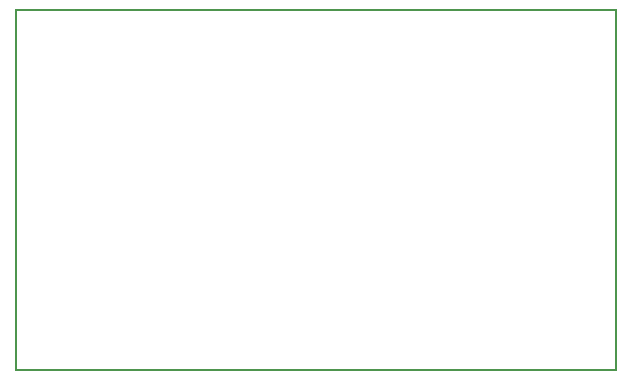
<source format=gbr>
G04 start of page 4 for group 2 idx 2 *
G04 Title: (unknown), outline *
G04 Creator: pcb 20140316 *
G04 CreationDate: Thu 20 Aug 2020 03:00:16 AM GMT UTC *
G04 For: railfan *
G04 Format: Gerber/RS-274X *
G04 PCB-Dimensions (mil): 2000.00 1200.00 *
G04 PCB-Coordinate-Origin: lower left *
%MOIN*%
%FSLAX25Y25*%
%LNOUTLINE*%
%ADD38R,0.0080X0.0080*%
G54D38*X0Y120000D02*Y0D01*
Y120000D02*X200000D01*
X0Y0D02*X200000D01*
Y120000D02*Y0D01*
M02*

</source>
